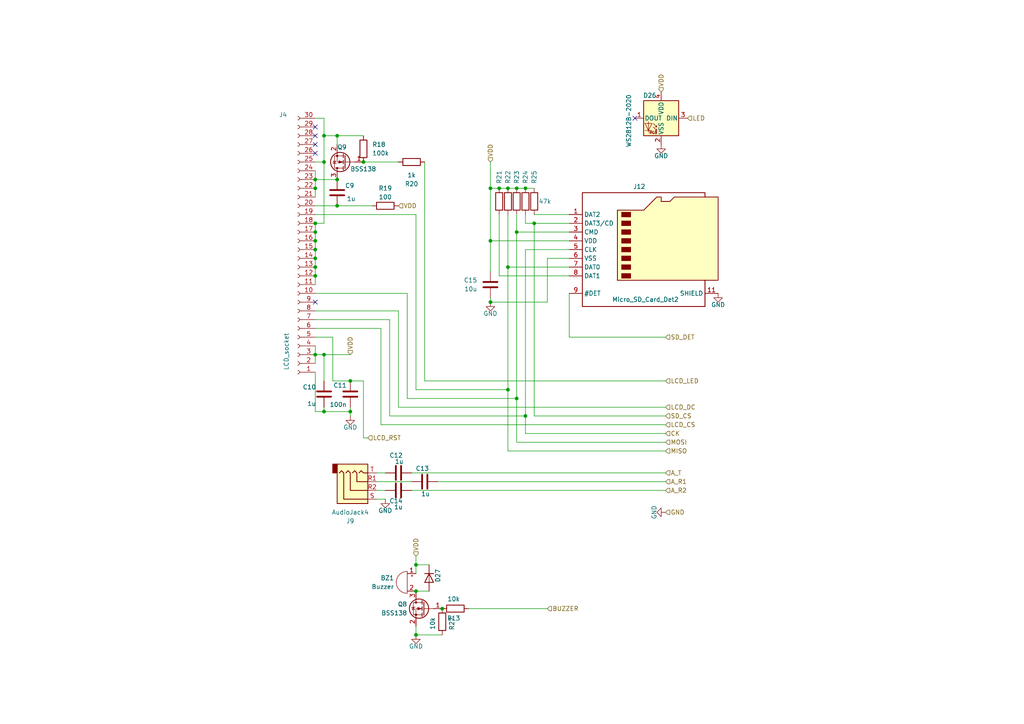
<source format=kicad_sch>
(kicad_sch (version 20231120) (generator "eeschema") (generator_version "8.0")
  (paper "A4")
  (lib_symbols
    (symbol "Connector:Conn_01x30_Socket" (pin_names (offset 1.016) hide)
      (property "Reference" "J" (at 0 38.1 0))
      (property "Value" "Conn_01x30_Socket" (at 0 -40.64 0))
      (symbol "Conn_01x30_Socket_1_1"
        (arc (start 0 -37.592) (mid -0.5058 -38.1) (end 0 -38.608) (stroke (width 0.1524)))
        (arc (start 0 -35.052) (mid -0.5058 -35.56) (end 0 -36.068) (stroke (width 0.1524)))
        (arc (start 0 -32.512) (mid -0.5058 -33.02) (end 0 -33.528) (stroke (width 0.1524)))
        (arc (start 0 -29.972) (mid -0.5058 -30.48) (end 0 -30.988) (stroke (width 0.1524)))
        (arc (start 0 -27.432) (mid -0.5058 -27.94) (end 0 -28.448) (stroke (width 0.1524)))
        (arc (start 0 -24.892) (mid -0.5058 -25.4) (end 0 -25.908) (stroke (width 0.1524)))
        (arc (start 0 -22.352) (mid -0.5058 -22.86) (end 0 -23.368) (stroke (width 0.1524)))
        (arc (start 0 -19.812) (mid -0.5058 -20.32) (end 0 -20.828) (stroke (width 0.1524)))
        (arc (start 0 -17.272) (mid -0.5058 -17.78) (end 0 -18.288) (stroke (width 0.1524)))
        (arc (start 0 -14.732) (mid -0.5058 -15.24) (end 0 -15.748) (stroke (width 0.1524)))
        (arc (start 0 -12.192) (mid -0.5058 -12.7) (end 0 -13.208) (stroke (width 0.1524)))
        (arc (start 0 -9.652) (mid -0.5058 -10.16) (end 0 -10.668) (stroke (width 0.1524)))
        (arc (start 0 -7.112) (mid -0.5058 -7.62) (end 0 -8.128) (stroke (width 0.1524)))
        (arc (start 0 -4.572) (mid -0.5058 -5.08) (end 0 -5.588) (stroke (width 0.1524)))
        (arc (start 0 -2.032) (mid -0.5058 -2.54) (end 0 -3.048) (stroke (width 0.1524)))
        (polyline (pts (xy -1.27 -38.1) (xy -0.508 -38.1)) (stroke (width 0.1524)))
        (polyline (pts (xy -1.27 -35.56) (xy -0.508 -35.56)) (stroke (width 0.1524)))
        (polyline (pts (xy -1.27 -33.02) (xy -0.508 -33.02)) (stroke (width 0.1524)))
        (polyline (pts (xy -1.27 -30.48) (xy -0.508 -30.48)) (stroke (width 0.1524)))
        (polyline (pts (xy -1.27 -27.94) (xy -0.508 -27.94)) (stroke (width 0.1524)))
        (polyline (pts (xy -1.27 -25.4) (xy -0.508 -25.4)) (stroke (width 0.1524)))
        (polyline (pts (xy -1.27 -22.86) (xy -0.508 -22.86)) (stroke (width 0.1524)))
        (polyline (pts (xy -1.27 -20.32) (xy -0.508 -20.32)) (stroke (width 0.1524)))
        (polyline (pts (xy -1.27 -17.78) (xy -0.508 -17.78)) (stroke (width 0.1524)))
        (polyline (pts (xy -1.27 -15.24) (xy -0.508 -15.24)) (stroke (width 0.1524)))
        (polyline (pts (xy -1.27 -12.7) (xy -0.508 -12.7)) (stroke (width 0.1524)))
        (polyline (pts (xy -1.27 -10.16) (xy -0.508 -10.16)) (stroke (width 0.1524)))
        (polyline (pts (xy -1.27 -7.62) (xy -0.508 -7.62)) (stroke (width 0.1524)))
        (polyline (pts (xy -1.27 -5.08) (xy -0.508 -5.08)) (stroke (width 0.1524)))
        (polyline (pts (xy -1.27 -2.54) (xy -0.508 -2.54)) (stroke (width 0.1524)))
        (polyline (pts (xy -1.27 0) (xy -0.508 0)) (stroke (width 0.1524)))
        (polyline (pts (xy -1.27 2.54) (xy -0.508 2.54)) (stroke (width 0.1524)))
        (polyline (pts (xy -1.27 5.08) (xy -0.508 5.08)) (stroke (width 0.1524)))
        (polyline (pts (xy -1.27 7.62) (xy -0.508 7.62)) (stroke (width 0.1524)))
        (polyline (pts (xy -1.27 10.16) (xy -0.508 10.16)) (stroke (width 0.1524)))
        (polyline (pts (xy -1.27 12.7) (xy -0.508 12.7)) (stroke (width 0.1524)))
        (polyline (pts (xy -1.27 15.24) (xy -0.508 15.24)) (stroke (width 0.1524)))
        (polyline (pts (xy -1.27 17.78) (xy -0.508 17.78)) (stroke (width 0.1524)))
        (polyline (pts (xy -1.27 20.32) (xy -0.508 20.32)) (stroke (width 0.1524)))
        (polyline (pts (xy -1.27 22.86) (xy -0.508 22.86)) (stroke (width 0.1524)))
        (polyline (pts (xy -1.27 25.4) (xy -0.508 25.4)) (stroke (width 0.1524)))
        (polyline (pts (xy -1.27 27.94) (xy -0.508 27.94)) (stroke (width 0.1524)))
        (polyline (pts (xy -1.27 30.48) (xy -0.508 30.48)) (stroke (width 0.1524)))
        (polyline (pts (xy -1.27 33.02) (xy -0.508 33.02)) (stroke (width 0.1524)))
        (polyline (pts (xy -1.27 35.56) (xy -0.508 35.56)) (stroke (width 0.1524)))
        (arc (start 0 0.508) (mid -0.5058 0) (end 0 -0.508) (stroke (width 0.1524)))
        (arc (start 0 3.048) (mid -0.5058 2.54) (end 0 2.032) (stroke (width 0.1524)))
        (arc (start 0 5.588) (mid -0.5058 5.08) (end 0 4.572) (stroke (width 0.1524)))
        (arc (start 0 8.128) (mid -0.5058 7.62) (end 0 7.112) (stroke (width 0.1524)))
        (arc (start 0 10.668) (mid -0.5058 10.16) (end 0 9.652) (stroke (width 0.1524)))
        (arc (start 0 13.208) (mid -0.5058 12.7) (end 0 12.192) (stroke (width 0.1524)))
        (arc (start 0 15.748) (mid -0.5058 15.24) (end 0 14.732) (stroke (width 0.1524)))
        (arc (start 0 18.288) (mid -0.5058 17.78) (end 0 17.272) (stroke (width 0.1524)))
        (arc (start 0 20.828) (mid -0.5058 20.32) (end 0 19.812) (stroke (width 0.1524)))
        (arc (start 0 23.368) (mid -0.5058 22.86) (end 0 22.352) (stroke (width 0.1524)))
        (arc (start 0 25.908) (mid -0.5058 25.4) (end 0 24.892) (stroke (width 0.1524)))
        (arc (start 0 28.448) (mid -0.5058 27.94) (end 0 27.432) (stroke (width 0.1524)))
        (arc (start 0 30.988) (mid -0.5058 30.48) (end 0 29.972) (stroke (width 0.1524)))
        (arc (start 0 33.528) (mid -0.5058 33.02) (end 0 32.512) (stroke (width 0.1524)))
        (arc (start 0 36.068) (mid -0.5058 35.56) (end 0 35.052) (stroke (width 0.1524)))
        (pin passive line (at -5.08 35.56 0) (length 3.81) (name "Pin_1") (number "1"))
        (pin passive line (at -5.08 12.7 0) (length 3.81) (name "Pin_10") (number "10"))
        (pin passive line (at -5.08 10.16 0) (length 3.81) (name "Pin_11") (number "11"))
        (pin passive line (at -5.08 7.62 0) (length 3.81) (name "Pin_12") (number "12"))
        (pin passive line (at -5.08 5.08 0) (length 3.81) (name "Pin_13") (number "13"))
        (pin passive line (at -5.08 2.54 0) (length 3.81) (name "Pin_14") (number "14"))
        (pin passive line (at -5.08 0 0) (length 3.81) (name "Pin_15") (number "15"))
        (pin passive line (at -5.08 -2.54 0) (length 3.81) (name "Pin_16") (number "16"))
        (pin passive line (at -5.08 -5.08 0) (length 3.81) (name "Pin_17") (number "17"))
        (pin passive line (at -5.08 -7.62 0) (length 3.81) (name "Pin_18") (number "18"))
        (pin passive line (at -5.08 -10.16 0) (length 3.81) (name "Pin_19") (number "19"))
        (pin passive line (at -5.08 33.02 0) (length 3.81) (name "Pin_2") (number "2"))
        (pin passive line (at -5.08 -12.7 0) (length 3.81) (name "Pin_20") (number "20"))
        (pin passive line (at -5.08 -15.24 0) (length 3.81) (name "Pin_21") (number "21"))
        (pin passive line (at -5.08 -17.78 0) (length 3.81) (name "Pin_22") (number "22"))
        (pin passive line (at -5.08 -20.32 0) (length 3.81) (name "Pin_23") (number "23"))
        (pin passive line (at -5.08 -22.86 0) (length 3.81) (name "Pin_24") (number "24"))
        (pin passive line (at -5.08 -25.4 0) (length 3.81) (name "Pin_25") (number "25"))
        (pin passive line (at -5.08 -27.94 0) (length 3.81) (name "Pin_26") (number "26"))
        (pin passive line (at -5.08 -30.48 0) (length 3.81) (name "Pin_27") (number "27"))
        (pin passive line (at -5.08 -33.02 0) (length 3.81) (name "Pin_28") (number "28"))
        (pin passive line (at -5.08 -35.56 0) (length 3.81) (name "Pin_29") (number "29"))
        (pin passive line (at -5.08 30.48 0) (length 3.81) (name "Pin_3") (number "3"))
        (pin passive line (at -5.08 -38.1 0) (length 3.81) (name "Pin_30") (number "30"))
        (pin passive line (at -5.08 27.94 0) (length 3.81) (name "Pin_4") (number "4"))
        (pin passive line (at -5.08 25.4 0) (length 3.81) (name "Pin_5") (number "5"))
        (pin passive line (at -5.08 22.86 0) (length 3.81) (name "Pin_6") (number "6"))
        (pin passive line (at -5.08 20.32 0) (length 3.81) (name "Pin_7") (number "7"))
        (pin passive line (at -5.08 17.78 0) (length 3.81) (name "Pin_8") (number "8"))
        (pin passive line (at -5.08 15.24 0) (length 3.81) (name "Pin_9") (number "9"))
      )
    )
    (symbol "Connector:Micro_SD_Card_Det2"
      (property "Reference" "J8" (at -2.54 18.288 0))
      (property "Value" "Micro_SD_Card_Det2" (at -0.762 -14.478 0))
      (symbol "Micro_SD_Card_Det2_0_1"
        (rectangle (start -7.62 -6.985) (end -5.08 -8.255) (stroke (width 0.254)) (fill (type outline)))
        (rectangle (start -7.62 -4.445) (end -5.08 -5.715) (stroke (width 0.254)) (fill (type outline)))
        (rectangle (start -7.62 -1.905) (end -5.08 -3.175) (stroke (width 0.254)) (fill (type outline)))
        (rectangle (start -7.62 0.635) (end -5.08 -0.635) (stroke (width 0.254)) (fill (type outline)))
        (rectangle (start -7.62 3.175) (end -5.08 1.905) (stroke (width 0.254)) (fill (type outline)))
        (rectangle (start -7.62 5.715) (end -5.08 4.445) (stroke (width 0.254)) (fill (type outline)))
        (rectangle (start -7.62 8.255) (end -5.08 6.985) (stroke (width 0.254)) (fill (type outline)))
        (rectangle (start -7.62 10.795) (end -5.08 9.525) (stroke (width 0.254)) (fill (type outline)))
        (polyline (pts (xy 16.51 15.24) (xy 16.51 16.51) (xy -19.05 16.51) (xy -19.05 -16.51) (xy 16.51 -16.51) (xy 16.51 -8.89)) (stroke (width 0.254)))
        (polyline (pts (xy -8.89 -8.89) (xy -8.89 11.43) (xy -1.27 11.43) (xy 2.54 15.24) (xy 3.81 15.24) (xy 3.81 13.97) (xy 6.35 13.97) (xy 7.62 15.24) (xy 20.32 15.24) (xy 20.32 -8.89) (xy -8.89 -8.89)) (stroke (width 0.254)) (fill (type background)))
      )
      (symbol "Micro_SD_Card_Det2_1_1"
        (pin bidirectional line (at -22.86 10.16 0) (length 3.81) (name "DAT2") (number "1"))
        (pin passive line (at 20.32 -12.7 180) (length 3.81) (name "SHIELD") (number "11"))
        (pin bidirectional line (at -22.86 7.62 0) (length 3.81) (name "DAT3/CD") (number "2"))
        (pin input line (at -22.86 5.08 0) (length 3.81) (name "CMD") (number "3"))
        (pin power_in line (at -22.86 2.54 0) (length 3.81) (name "VDD") (number "4"))
        (pin input line (at -22.86 0 0) (length 3.81) (name "CLK") (number "5"))
        (pin power_in line (at -22.86 -2.54 0) (length 3.81) (name "VSS") (number "6"))
        (pin bidirectional line (at -22.86 -5.08 0) (length 3.81) (name "DAT0") (number "7"))
        (pin bidirectional line (at -22.86 -7.62 0) (length 3.81) (name "DAT1") (number "8"))
        (pin passive line (at -22.86 -12.7 0) (length 3.81) (name "#DET") (number "9"))
      )
    )
    (symbol "Connector_Audio:AudioJack4"
      (property "Reference" "J" (at 0 8.89 0))
      (property "Value" "AudioJack4" (at 0 6.35 0))
      (symbol "AudioJack4_0_1"
        (rectangle (start -6.35 -5.08) (end -7.62 -7.62) (stroke (width 0.254)) (fill (type outline)))
        (polyline (pts (xy 0 -5.08) (xy 0.635 -5.715) (xy 1.27 -5.08) (xy 2.54 -5.08)) (stroke (width 0.254)))
        (polyline (pts (xy -5.715 -5.08) (xy -5.08 -5.715) (xy -4.445 -5.08) (xy -4.445 2.54) (xy 2.54 2.54)) (stroke (width 0.254)))
        (polyline (pts (xy -1.905 -5.08) (xy -1.27 -5.715) (xy -0.635 -5.08) (xy -0.635 -2.54) (xy 2.54 -2.54)) (stroke (width 0.254)))
        (polyline (pts (xy 2.54 0) (xy -2.54 0) (xy -2.54 -5.08) (xy -3.175 -5.715) (xy -3.81 -5.08)) (stroke (width 0.254)))
        (rectangle (start 2.54 3.81) (end -6.35 -7.62) (stroke (width 0.254)) (fill (type background)))
      )
      (symbol "AudioJack4_1_1"
        (pin passive line (at 5.08 -2.54 180) (length 2.54) (name "~") (number "R1"))
        (pin passive line (at 5.08 0 180) (length 2.54) (name "~") (number "R2"))
        (pin passive line (at 5.08 2.54 180) (length 2.54) (name "~") (number "S"))
        (pin passive line (at 5.08 -5.08 180) (length 2.54) (name "~") (number "T"))
      )
    )
    (symbol "Device:Buzzer" (pin_names (offset 0.0254) hide)
      (property "Reference" "BZ" (at 3.81 1.27 0))
      (property "Value" "Buzzer" (at 3.81 -1.27 0))
      (symbol "Buzzer_0_1"
        (arc (start 0 -3.175) (mid 3.1612 0) (end 0 3.175))
        (polyline (pts (xy -1.651 1.905) (xy -1.143 1.905)))
        (polyline (pts (xy -1.397 2.159) (xy -1.397 1.651)))
        (polyline (pts (xy 0 3.175) (xy 0 -3.175)))
      )
      (symbol "Buzzer_1_1"
        (pin passive line (at -2.54 2.54 0) (length 2.54) (name "+") (number "1"))
        (pin passive line (at -2.54 -2.54 0) (length 2.54) (name "-") (number "2"))
      )
    )
    (symbol "Device:C" (pin_numbers hide) (pin_names (offset 0.254))
      (property "Reference" "C" (at 0.635 2.54 0))
      (property "Value" "C" (at 0.635 -2.54 0))
      (symbol "C_0_1"
        (polyline (pts (xy -2.032 -0.762) (xy 2.032 -0.762)) (stroke (width 0.508)))
        (polyline (pts (xy -2.032 0.762) (xy 2.032 0.762)) (stroke (width 0.508)))
      )
      (symbol "C_1_1"
        (pin passive line (at 0 3.81 270) (length 2.794) (name "~") (number "1"))
        (pin passive line (at 0 -3.81 90) (length 2.794) (name "~") (number "2"))
      )
    )
    (symbol "Device:D" (pin_numbers hide) (pin_names (offset 1.016) hide)
      (property "Reference" "D" (at 0 2.54 0))
      (property "Value" "D" (at 0 -2.54 0))
      (symbol "D_0_1"
        (polyline (pts (xy -1.27 1.27) (xy -1.27 -1.27)) (stroke (width 0.254)))
        (polyline (pts (xy 1.27 0) (xy -1.27 0)))
        (polyline (pts (xy 1.27 1.27) (xy 1.27 -1.27) (xy -1.27 0) (xy 1.27 1.27)) (stroke (width 0.254)))
      )
      (symbol "D_1_1"
        (pin passive line (at -3.81 0 0) (length 2.54) (name "K") (number "1"))
        (pin passive line (at 3.81 0 180) (length 2.54) (name "A") (number "2"))
      )
    )
    (symbol "Device:R" (pin_numbers hide) (pin_names (offset 0))
      (property "Reference" "R" (at 2.032 0 90))
      (property "Value" "R" (at 0 0 90))
      (symbol "R_0_1"
        (rectangle (start -1.016 -2.54) (end 1.016 2.54) (stroke (width 0.254)))
      )
      (symbol "R_1_1"
        (pin passive line (at 0 3.81 270) (length 1.27) (name "~") (number "1"))
        (pin passive line (at 0 -3.81 90) (length 1.27) (name "~") (number "2"))
      )
    )
    (symbol "LED:WS2812B-2020" (pin_names (offset 0.254))
      (property "Reference" "D" (at 5.08 5.715 0))
      (property "Value" "WS2812B-2020" (at 1.27 -5.715 0))
      (symbol "WS2812B-2020_0_0"
        (text "RGB" (at 2.286 -4.191 0) (effects (font (size 0.762 0.762))))
      )
      (symbol "WS2812B-2020_0_1"
        (polyline (pts (xy 1.27 -3.556) (xy 1.778 -3.556)))
        (polyline (pts (xy 1.27 -2.54) (xy 1.778 -2.54)))
        (polyline (pts (xy 4.699 -3.556) (xy 2.667 -3.556)))
        (polyline (pts (xy 2.286 -2.54) (xy 1.27 -3.556) (xy 1.27 -3.048)))
        (polyline (pts (xy 2.286 -1.524) (xy 1.27 -2.54) (xy 1.27 -2.032)))
        (polyline (pts (xy 3.683 -1.016) (xy 3.683 -3.556) (xy 3.683 -4.064)))
        (polyline (pts (xy 4.699 -1.524) (xy 2.667 -1.524) (xy 3.683 -3.556) (xy 4.699 -1.524)))
        (rectangle (start 5.08 5.08) (end -5.08 -5.08) (stroke (width 0.254)) (fill (type background)))
      )
      (symbol "WS2812B-2020_1_1"
        (pin output line (at 7.62 0 180) (length 2.54) (name "DOUT") (number "1"))
        (pin power_in line (at 0 -7.62 90) (length 2.54) (name "VSS") (number "2"))
        (pin input line (at -7.62 0 0) (length 2.54) (name "DIN") (number "3"))
        (pin power_in line (at 0 7.62 270) (length 2.54) (name "VDD") (number "4"))
      )
    )
    (symbol "Transistor_FET:BSS138" (pin_names hide)
      (property "Reference" "Q" (at 5.08 1.905 0))
      (property "Value" "BSS138" (at 5.08 0 0))
      (symbol "BSS138_0_1"
        (polyline (pts (xy 0.254 0) (xy -2.54 0)))
        (polyline (pts (xy 0.254 1.905) (xy 0.254 -1.905)) (stroke (width 0.254)))
        (polyline (pts (xy 0.762 -1.27) (xy 0.762 -2.286)) (stroke (width 0.254)))
        (polyline (pts (xy 0.762 0.508) (xy 0.762 -0.508)) (stroke (width 0.254)))
        (polyline (pts (xy 0.762 2.286) (xy 0.762 1.27)) (stroke (width 0.254)))
        (polyline (pts (xy 2.54 2.54) (xy 2.54 1.778)))
        (polyline (pts (xy 2.54 -2.54) (xy 2.54 0) (xy 0.762 0)))
        (polyline (pts (xy 0.762 -1.778) (xy 3.302 -1.778) (xy 3.302 1.778) (xy 0.762 1.778)))
        (polyline (pts (xy 1.016 0) (xy 2.032 0.381) (xy 2.032 -0.381) (xy 1.016 0)) (fill (type outline)))
        (polyline (pts (xy 2.794 0.508) (xy 2.921 0.381) (xy 3.683 0.381) (xy 3.81 0.254)))
        (polyline (pts (xy 3.302 0.381) (xy 2.921 -0.254) (xy 3.683 -0.254) (xy 3.302 0.381)))
        (circle (center 1.651 0) (radius 2.794) (stroke (width 0.254)))
        (circle (center 2.54 -1.778) (radius 0.254) (fill (type outline)))
        (circle (center 2.54 1.778) (radius 0.254) (fill (type outline)))
      )
      (symbol "BSS138_1_1"
        (pin input line (at -5.08 0 0) (length 2.54) (name "G") (number "1"))
        (pin passive line (at 2.54 -5.08 90) (length 2.54) (name "S") (number "2"))
        (pin passive line (at 2.54 5.08 270) (length 2.54) (name "D") (number "3"))
      )
    )
    (symbol "power:GND" (power) (pin_numbers hide) (pin_names (offset 0) hide)
      (property "Value" "GND" (at 0 -3.81 0))
      (symbol "GND_0_1"
        (polyline (pts (xy 0 0) (xy 0 -1.27) (xy 1.27 -1.27) (xy 0 -2.54) (xy -1.27 -1.27) (xy 0 -1.27)))
      )
      (symbol "GND_1_1"
        (pin power_in line (at 0 0 270) (length 0) (name "~") (number "1"))
      )
    )
  )
  (junction (at 91.44 102.87))
  (junction (at 120.65 184.15))
  (junction (at 147.32 54.61))
  (junction (at 91.44 74.93))
  (junction (at 120.65 171.45))
  (junction (at 144.78 54.61))
  (junction (at 93.98 102.87))
  (junction (at 91.44 72.39))
  (junction (at 101.6 119.38))
  (junction (at 105.41 46.99))
  (junction (at 147.32 113.03))
  (junction (at 97.79 59.69))
  (junction (at 149.86 54.61))
  (junction (at 91.44 80.01))
  (junction (at 93.98 119.38))
  (junction (at 93.98 39.37))
  (junction (at 101.6 110.49))
  (junction (at 91.44 64.77))
  (junction (at 91.44 52.07))
  (junction (at 91.44 69.85))
  (junction (at 149.86 67.31))
  (junction (at 128.27 176.53))
  (junction (at 91.44 67.31))
  (junction (at 142.24 54.61))
  (junction (at 93.98 46.99))
  (junction (at 97.79 52.07))
  (junction (at 152.4 54.61))
  (junction (at 147.32 77.47))
  (junction (at 149.86 115.57))
  (junction (at 142.24 87.63))
  (junction (at 142.24 69.85))
  (junction (at 91.44 77.47))
  (junction (at 154.94 64.77))
  (junction (at 97.79 39.37))
  (junction (at 152.4 120.65))
  (junction (at 120.65 163.83))
  (junction (at 91.44 54.61))
  (no_connect (at 91.44 41.91))
  (no_connect (at 91.44 39.37))
  (no_connect (at 184.15 34.29))
  (no_connect (at 91.44 36.83))
  (no_connect (at 91.44 44.45))
  (no_connect (at 91.44 87.63))
  (wire (pts (xy 105.41 110.49) (xy 101.6 110.49)))
  (wire (pts (xy 105.41 127) (xy 105.41 110.49)))
  (wire (pts (xy 119.38 142.24) (xy 193.04 142.24)))
  (wire (pts (xy 154.94 64.77) (xy 154.94 120.65)))
  (wire (pts (xy 111.76 144.78) (xy 109.22 144.78)))
  (wire (pts (xy 91.44 34.29) (xy 93.98 34.29)))
  (wire (pts (xy 91.44 72.39) (xy 91.44 74.93)))
  (wire (pts (xy 152.4 62.23) (xy 152.4 64.77)))
  (wire (pts (xy 149.86 115.57) (xy 149.86 128.27)))
  (wire (pts (xy 91.44 102.87) (xy 93.98 102.87)))
  (wire (pts (xy 105.41 127) (xy 106.68 127)))
  (wire (pts (xy 149.86 67.31) (xy 149.86 62.23)))
  (wire (pts (xy 93.98 102.87) (xy 93.98 110.49)))
  (wire (pts (xy 144.78 54.61) (xy 147.32 54.61)))
  (wire (pts (xy 93.98 39.37) (xy 93.98 34.29)))
  (wire (pts (xy 120.65 62.23) (xy 120.65 113.03)))
  (wire (pts (xy 91.44 80.01) (xy 91.44 82.55)))
  (wire (pts (xy 96.52 110.49) (xy 101.6 110.49)))
  (wire (pts (xy 124.46 163.83) (xy 120.65 163.83)))
  (wire (pts (xy 91.44 52.07) (xy 91.44 54.61)))
  (wire (pts (xy 193.04 110.49) (xy 123.19 110.49)))
  (wire (pts (xy 97.79 39.37) (xy 105.41 39.37)))
  (wire (pts (xy 165.1 85.09) (xy 165.1 97.79)))
  (wire (pts (xy 93.98 118.11) (xy 93.98 119.38)))
  (wire (pts (xy 93.98 119.38) (xy 101.6 119.38)))
  (wire (pts (xy 91.44 77.47) (xy 91.44 80.01)))
  (wire (pts (xy 147.32 130.81) (xy 193.04 130.81)))
  (wire (pts (xy 120.65 113.03) (xy 147.32 113.03)))
  (wire (pts (xy 165.1 64.77) (xy 154.94 64.77)))
  (wire (pts (xy 91.44 67.31) (xy 91.44 69.85)))
  (wire (pts (xy 120.65 184.15) (xy 128.27 184.15)))
  (wire (pts (xy 91.44 92.71) (xy 113.03 92.71)))
  (wire (pts (xy 147.32 77.47) (xy 147.32 62.23)))
  (wire (pts (xy 91.44 119.38) (xy 93.98 119.38)))
  (wire (pts (xy 93.98 46.99) (xy 93.98 39.37)))
  (wire (pts (xy 152.4 54.61) (xy 154.94 54.61)))
  (wire (pts (xy 120.65 163.83) (xy 120.65 166.37)))
  (wire (pts (xy 154.94 64.77) (xy 152.4 64.77)))
  (wire (pts (xy 113.03 92.71) (xy 113.03 120.65)))
  (wire (pts (xy 124.46 171.45) (xy 120.65 171.45)))
  (wire (pts (xy 91.44 54.61) (xy 91.44 57.15)))
  (wire (pts (xy 115.57 118.11) (xy 193.04 118.11)))
  (wire (pts (xy 91.44 74.93) (xy 91.44 77.47)))
  (wire (pts (xy 123.19 110.49) (xy 123.19 46.99)))
  (wire (pts (xy 109.22 142.24) (xy 111.76 142.24)))
  (wire (pts (xy 119.38 137.16) (xy 193.04 137.16)))
  (wire (pts (xy 193.04 120.65) (xy 154.94 120.65)))
  (wire (pts (xy 91.44 107.95) (xy 91.44 119.38)))
  (wire (pts (xy 91.44 64.77) (xy 91.44 67.31)))
  (wire (pts (xy 120.65 184.15) (xy 120.65 181.61)))
  (wire (pts (xy 152.4 125.73) (xy 193.04 125.73)))
  (wire (pts (xy 127 139.7) (xy 193.04 139.7)))
  (wire (pts (xy 142.24 87.63) (xy 142.24 86.36)))
  (wire (pts (xy 115.57 90.17) (xy 115.57 118.11)))
  (wire (pts (xy 142.24 87.63) (xy 158.75 87.63)))
  (wire (pts (xy 152.4 72.39) (xy 152.4 120.65)))
  (wire (pts (xy 158.75 74.93) (xy 158.75 87.63)))
  (wire (pts (xy 118.11 85.09) (xy 118.11 115.57)))
  (wire (pts (xy 91.44 62.23) (xy 120.65 62.23)))
  (wire (pts (xy 149.86 128.27) (xy 193.04 128.27)))
  (wire (pts (xy 91.44 46.99) (xy 93.98 46.99)))
  (wire (pts (xy 165.1 67.31) (xy 149.86 67.31)))
  (wire (pts (xy 135.89 176.53) (xy 158.75 176.53)))
  (wire (pts (xy 152.4 120.65) (xy 152.4 125.73)))
  (wire (pts (xy 154.94 62.23) (xy 165.1 62.23)))
  (wire (pts (xy 142.24 78.74) (xy 142.24 69.85)))
  (wire (pts (xy 144.78 80.01) (xy 144.78 62.23)))
  (wire (pts (xy 91.44 64.77) (xy 93.98 64.77)))
  (wire (pts (xy 91.44 90.17) (xy 115.57 90.17)))
  (wire (pts (xy 113.03 120.65) (xy 152.4 120.65)))
  (wire (pts (xy 158.75 74.93) (xy 165.1 74.93)))
  (wire (pts (xy 149.86 54.61) (xy 152.4 54.61)))
  (wire (pts (xy 193.04 97.79) (xy 165.1 97.79)))
  (wire (pts (xy 91.44 59.69) (xy 97.79 59.69)))
  (wire (pts (xy 91.44 97.79) (xy 96.52 97.79)))
  (wire (pts (xy 165.1 69.85) (xy 142.24 69.85)))
  (wire (pts (xy 142.24 69.85) (xy 142.24 54.61)))
  (wire (pts (xy 165.1 77.47) (xy 147.32 77.47)))
  (wire (pts (xy 110.49 123.19) (xy 110.49 95.25)))
  (wire (pts (xy 97.79 59.69) (xy 107.95 59.69)))
  (wire (pts (xy 91.44 100.33) (xy 91.44 102.87)))
  (wire (pts (xy 110.49 95.25) (xy 91.44 95.25)))
  (wire (pts (xy 147.32 77.47) (xy 147.32 113.03)))
  (wire (pts (xy 101.6 119.38) (xy 101.6 120.65)))
  (wire (pts (xy 152.4 72.39) (xy 165.1 72.39)))
  (wire (pts (xy 193.04 123.19) (xy 110.49 123.19)))
  (wire (pts (xy 111.76 137.16) (xy 109.22 137.16)))
  (wire (pts (xy 149.86 67.31) (xy 149.86 115.57)))
  (wire (pts (xy 147.32 113.03) (xy 147.32 130.81)))
  (wire (pts (xy 142.24 46.99) (xy 142.24 54.61)))
  (wire (pts (xy 97.79 39.37) (xy 93.98 39.37)))
  (wire (pts (xy 165.1 80.01) (xy 144.78 80.01)))
  (wire (pts (xy 147.32 54.61) (xy 149.86 54.61)))
  (wire (pts (xy 97.79 41.91) (xy 97.79 39.37)))
  (wire (pts (xy 101.6 118.11) (xy 101.6 119.38)))
  (wire (pts (xy 91.44 69.85) (xy 91.44 72.39)))
  (wire (pts (xy 91.44 52.07) (xy 97.79 52.07)))
  (wire (pts (xy 96.52 97.79) (xy 96.52 110.49)))
  (wire (pts (xy 118.11 115.57) (xy 149.86 115.57)))
  (wire (pts (xy 93.98 102.87) (xy 101.6 102.87)))
  (wire (pts (xy 120.65 161.29) (xy 120.65 163.83)))
  (wire (pts (xy 93.98 64.77) (xy 93.98 46.99)))
  (wire (pts (xy 109.22 139.7) (xy 119.38 139.7)))
  (wire (pts (xy 91.44 102.87) (xy 91.44 105.41)))
  (wire (pts (xy 142.24 54.61) (xy 144.78 54.61)))
  (wire (pts (xy 91.44 49.53) (xy 91.44 52.07)))
  (wire (pts (xy 115.57 46.99) (xy 105.41 46.99)))
  (wire (pts (xy 91.44 85.09) (xy 118.11 85.09)))
  (hierarchical_label "A_T" (shape input) (at 193.04 137.16 0))
  (hierarchical_label "CK" (shape input) (at 193.04 125.73 0))
  (hierarchical_label "SD_DET" (shape input) (at 193.04 97.79 0))
  (hierarchical_label "LED" (shape input) (at 199.39 34.29 0))
  (hierarchical_label "MOSI" (shape input) (at 193.04 128.27 0))
  (hierarchical_label "VDD" (shape input) (at 142.24 46.99 90))
  (hierarchical_label "SD_CS" (shape input) (at 193.04 120.65 0))
  (hierarchical_label "LCD_LED" (shape input) (at 193.04 110.49 0))
  (hierarchical_label "BUZZER" (shape input) (at 158.75 176.53 0))
  (hierarchical_label "MISO" (shape input) (at 193.04 130.81 0))
  (hierarchical_label "LCD_CS" (shape input) (at 193.04 123.19 0))
  (hierarchical_label "LCD_RST" (shape input) (at 106.68 127 0))
  (hierarchical_label "A_R2" (shape input) (at 193.04 142.24 0))
  (hierarchical_label "VDD" (shape input) (at 120.65 161.29 90))
  (hierarchical_label "VDD" (shape input) (at 115.57 59.69 0))
  (hierarchical_label "VDD" (shape input) (at 101.6 102.87 90))
  (hierarchical_label "LCD_DC" (shape input) (at 193.04 118.11 0))
  (hierarchical_label "A_R1" (shape input) (at 193.04 139.7 0))
  (hierarchical_label "VDD" (shape input) (at 191.77 26.67 90))
  (hierarchical_label "GND" (shape input) (at 193.04 148.59 0))
  (symbol (lib_id "Connector:Conn_01x30_Socket") (at 86.36 72.39 180) (unit 1)
    (property "Reference" "J4" (at 83.312 33.274 0) (effects (justify left)))
    (property "Value" "LCD_socket" (at 83.058 96.52 90) (effects (justify left)))
    (property "Footprint" "Connector_FFC-FPC:Hirose_FH12-30S-0.5SH_1x30-1MP_P0.50mm_Horizontal" (effects (hide yes)))
    (property "Description" "Generic connector, single row, 01x30, script generated" (effects (hide yes)))
  )
  (symbol (lib_id "Device:C") (at 97.79 55.88 0) (unit 1)
    (property "Reference" "C9" (at 100.076 53.848 0) (effects (justify left)))
    (property "Value" "1u" (at 100.584 57.658 0) (effects (justify left)))
    (property "Footprint" "Capacitor_SMD:C_0805_2012Metric" (effects (hide yes)))
    (property "Description" "Unpolarized capacitor" (effects (hide yes)))
  )
  (symbol (lib_id "Device:R") (at 147.32 58.42 0) (unit 1)
    (property "Reference" "R22" (at 147.32 53.34 90) (effects (justify left)))
    (property "Value" "47k" (effects (hide yes)))
    (property "Footprint" "Resistor_SMD:R_0805_2012Metric_Pad1.20x1.40mm_HandSolder" (effects (hide yes)))
    (property "Description" "Resistor" (effects (hide yes)))
  )
  (symbol (lib_id "power:GND") (at 142.24 87.63 0) (mirror y) (unit 1)
    (property "Reference" "#PWR027" (effects (hide yes)))
    (property "Value" "GND" (at 142.24 90.932 0))
    (property "Description" "Power symbol creates a global label with name \"GND\" , ground" (effects (hide yes)))
  )
  (symbol (lib_id "Device:R") (at 128.27 180.34 0) (mirror y) (unit 1)
    (property "Reference" "R27" (at 131.064 180.848 90))
    (property "Value" "10k" (at 125.476 180.848 90))
    (property "Footprint" "Resistor_SMD:R_0805_2012Metric_Pad1.20x1.40mm_HandSolder" (effects (hide yes)))
    (property "Description" "Resistor" (effects (hide yes)))
  )
  (symbol (lib_id "Device:Buzzer") (at 118.11 168.91 0) (mirror y) (unit 1)
    (property "Reference" "BZ1" (at 114.3 167.64 0) (effects (justify left)))
    (property "Value" "Buzzer" (at 114.3 170.18 0) (effects (justify left)))
    (property "Footprint" "Buzzer_Beeper:MagneticBuzzer_CUI_CMT-8504-100-SMT" (effects (hide yes)))
    (property "Description" "Buzzer, polarized" (effects (hide yes)))
  )
  (symbol (lib_id "Transistor_FET:BSS138") (at 123.19 176.53 0) (mirror y) (unit 1)
    (property "Reference" "Q8" (at 118.11 175.26 0) (effects (justify left)))
    (property "Value" "BSS138" (at 118.11 177.8 0) (effects (justify left)))
    (property "Footprint" "Package_TO_SOT_SMD:SOT-23" (effects (hide yes)))
    (property "Datasheet" "https://www.onsemi.com/pub/Collateral/BSS138-D.PDF" (effects (hide yes)))
    (property "Description" "50V Vds, 0.22A Id, N-Channel MOSFET, SOT-23" (effects (hide yes)))
  )
  (symbol (lib_id "Transistor_FET:BSS138") (at 100.33 46.99 180) (unit 1)
    (property "Reference" "Q9" (at 100.584 42.672 0) (effects (justify left)))
    (property "Value" "BSS138" (at 101.6 49.022 0) (effects (justify right)))
    (property "Footprint" "Package_TO_SOT_SMD:SOT-23" (effects (hide yes)))
    (property "Datasheet" "https://www.onsemi.com/pub/Collateral/BSS138-D.PDF" (effects (hide yes)))
    (property "Description" "50V Vds, 0.22A Id, N-Channel MOSFET, SOT-23" (effects (hide yes)))
  )
  (symbol (lib_id "Device:R") (at 119.38 46.99 270) (mirror x) (unit 1)
    (property "Reference" "R20" (at 119.38 53.34 90))
    (property "Value" "1k" (at 119.38 50.8 90))
    (property "Footprint" "Resistor_SMD:R_0805_2012Metric_Pad1.20x1.40mm_HandSolder" (effects (hide yes)))
    (property "Description" "Resistor" (effects (hide yes)))
  )
  (symbol (lib_id "Device:R") (at 152.4 58.42 0) (unit 1)
    (property "Reference" "R24" (at 152.4 53.34 90) (effects (justify left)))
    (property "Value" "47k" (effects (hide yes)))
    (property "Footprint" "Resistor_SMD:R_0805_2012Metric_Pad1.20x1.40mm_HandSolder" (effects (hide yes)))
    (property "Description" "Resistor" (effects (hide yes)))
  )
  (symbol (lib_id "power:GND") (at 111.76 144.78 0) (mirror y) (unit 1)
    (property "Reference" "#PWR021" (effects (hide yes)))
    (property "Value" "GND" (at 111.76 148.082 0))
    (property "Description" "Power symbol creates a global label with name \"GND\" , ground" (effects (hide yes)))
  )
  (symbol (lib_id "Device:C") (at 115.57 142.24 90) (mirror x) (unit 1)
    (property "Reference" "C14" (at 116.84 145.288 90) (effects (justify left)))
    (property "Value" "1u" (at 116.84 147.066 90) (effects (justify left)))
    (property "Footprint" "Capacitor_SMD:C_0805_2012Metric" (effects (hide yes)))
    (property "Description" "Unpolarized capacitor" (effects (hide yes)))
  )
  (symbol (lib_id "power:GND") (at 120.65 184.15 0) (mirror y) (unit 1)
    (property "Reference" "#PWR018" (effects (hide yes)))
    (property "Value" "GND" (at 120.65 187.452 0))
    (property "Description" "Power symbol creates a global label with name \"GND\" , ground" (effects (hide yes)))
  )
  (symbol (lib_id "power:GND") (at 101.6 120.65 0) (mirror y) (unit 1)
    (property "Reference" "#PWR022" (effects (hide yes)))
    (property "Value" "GND" (at 101.6 123.952 0))
    (property "Description" "Power symbol creates a global label with name \"GND\" , ground" (effects (hide yes)))
  )
  (symbol (lib_id "Device:D") (at 124.46 167.64 90) (mirror x) (unit 1)
    (property "Reference" "D27" (at 127 168.91 0) (effects (justify right)))
    (property "Value" "D" (effects (hide yes)))
    (property "Footprint" "Diode_SMD:D_0805_2012Metric_Pad1.15x1.40mm_HandSolder" (effects (hide yes)))
    (property "Description" "Diode" (effects (hide yes)))
    (property "Sim.Device" "D" (effects (hide yes)))
    (property "Sim.Pins" "1=K 2=A" (effects (hide yes)))
  )
  (symbol (lib_id "Device:R") (at 132.08 176.53 270) (mirror x) (unit 1)
    (property "Reference" "R13" (at 131.572 179.324 90))
    (property "Value" "10k" (at 131.572 173.736 90))
    (property "Footprint" "Resistor_SMD:R_0805_2012Metric_Pad1.20x1.40mm_HandSolder" (effects (hide yes)))
    (property "Description" "Resistor" (effects (hide yes)))
  )
  (symbol (lib_id "power:GND") (at 208.28 85.09 0) (mirror y) (unit 1)
    (property "Reference" "#PWR023" (effects (hide yes)))
    (property "Value" "GND" (at 208.28 88.392 0))
    (property "Description" "Power symbol creates a global label with name \"GND\" , ground" (effects (hide yes)))
  )
  (symbol (lib_id "Connector:Micro_SD_Card_Det2") (at 187.96 72.39 0) (unit 1)
    (property "Reference" "J12" (at 185.42 54.102 0))
    (property "Value" "Micro_SD_Card_Det2" (at 187.198 86.868 0))
    (property "Footprint" "footprints:microSD_Short_1" (effects (hide yes)))
    (property "Datasheet" "https://www.hirose.com/en/product/document?clcode=&productname=&series=DM3&documenttype=Catalog&lang=en&documentid=D49662_en" (effects (hide yes)))
    (property "Description" "Micro SD Card Socket with two card detection pins" (effects (hide yes)))
  )
  (symbol (lib_id "Device:R") (at 144.78 58.42 0) (unit 1)
    (property "Reference" "R21" (at 144.78 53.34 90) (effects (justify left)))
    (property "Value" "47k" (effects (hide yes)))
    (property "Footprint" "Resistor_SMD:R_0805_2012Metric_Pad1.20x1.40mm_HandSolder" (effects (hide yes)))
    (property "Description" "Resistor" (effects (hide yes)))
  )
  (symbol (lib_id "Device:C") (at 115.57 137.16 90) (mirror x) (unit 1)
    (property "Reference" "C12" (at 116.84 132.08 90) (effects (justify left)))
    (property "Value" "1u" (at 117.094 133.858 90) (effects (justify left)))
    (property "Footprint" "Capacitor_SMD:C_0805_2012Metric" (effects (hide yes)))
    (property "Description" "Unpolarized capacitor" (effects (hide yes)))
  )
  (symbol (lib_id "power:GND") (at 191.77 41.91 0) (mirror y) (unit 1)
    (property "Reference" "#PWR032" (effects (hide yes)))
    (property "Value" "GND" (at 191.77 45.212 0))
    (property "Description" "Power symbol creates a global label with name \"GND\" , ground" (effects (hide yes)))
  )
  (symbol (lib_id "Device:C") (at 123.19 139.7 90) (mirror x) (unit 1)
    (property "Reference" "C13" (at 124.46 135.89 90) (effects (justify left)))
    (property "Value" "1u" (at 124.714 143.256 90) (effects (justify left)))
    (property "Footprint" "Capacitor_SMD:C_0805_2012Metric" (effects (hide yes)))
    (property "Description" "Unpolarized capacitor" (effects (hide yes)))
  )
  (symbol (lib_id "Device:C") (at 142.24 82.55 0) (mirror y) (unit 1)
    (property "Reference" "C15" (at 138.43 81.2799 0) (effects (justify left)))
    (property "Value" "10u" (at 138.43 83.8199 0) (effects (justify left)))
    (property "Footprint" "Capacitor_SMD:C_0805_2012Metric" (effects (hide yes)))
    (property "Description" "Unpolarized capacitor" (effects (hide yes)))
  )
  (symbol (lib_id "LED:WS2812B-2020") (at 191.77 34.29 0) (mirror y) (unit 1)
    (property "Reference" "D26" (at 188.468 27.686 0))
    (property "Value" "WS2812B-2020" (at 182.372 35.052 90))
    (property "Footprint" "LED_SMD:LED_WS2812B-2020_PLCC4_2.0x2.0mm" (effects (hide yes)))
    (property "Datasheet" "https://cdn-shop.adafruit.com/product-files/4684/4684_WS2812B-2020_V1.3_EN.pdf" (effects (hide yes)))
    (property "Description" "RGB LED with integrated controller, 2.0 x 2.0 mm, 12 mA" (effects (hide yes)))
  )
  (symbol (lib_id "Device:R") (at 154.94 58.42 0) (unit 1)
    (property "Reference" "R25" (at 154.94 53.34 90) (effects (justify left)))
    (property "Value" "47k" (at 156.21 58.42 0) (effects (justify left)))
    (property "Footprint" "Resistor_SMD:R_0805_2012Metric_Pad1.20x1.40mm_HandSolder" (effects (hide yes)))
    (property "Description" "Resistor" (effects (hide yes)))
  )
  (symbol (lib_id "Device:R") (at 111.76 59.69 90) (unit 1)
    (property "Reference" "R19" (at 111.76 54.61 90))
    (property "Value" "100" (at 111.76 57.15 90))
    (property "Footprint" "Resistor_SMD:R_0805_2012Metric_Pad1.20x1.40mm_HandSolder" (effects (hide yes)))
    (property "Description" "Resistor" (effects (hide yes)))
  )
  (symbol (lib_id "Device:C") (at 101.6 114.3 0) (mirror y) (unit 1)
    (property "Reference" "C11" (at 100.584 111.76 0) (effects (justify left)))
    (property "Value" "100n" (at 100.584 117.348 0) (effects (justify left)))
    (property "Footprint" "Capacitor_SMD:C_0805_2012Metric" (effects (hide yes)))
    (property "Description" "Unpolarized capacitor" (effects (hide yes)))
  )
  (symbol (lib_id "Device:R") (at 105.41 43.18 180) (unit 1)
    (property "Reference" "R18" (at 107.95 41.9099 0) (effects (justify right)))
    (property "Value" "100k" (at 107.95 44.4499 0) (effects (justify right)))
    (property "Footprint" "Resistor_SMD:R_0805_2012Metric_Pad1.20x1.40mm_HandSolder" (effects (hide yes)))
    (property "Description" "Resistor" (effects (hide yes)))
  )
  (symbol (lib_id "Connector_Audio:AudioJack4") (at 104.14 142.24 0) (mirror x) (unit 1)
    (property "Reference" "J9" (at 101.6 151.13 0))
    (property "Value" "AudioJack4" (at 101.6 148.59 0))
    (property "Footprint" "footprints:Jack_3.5mm_PJ320D_Horizontal" (effects (hide yes)))
    (property "Description" "Audio Jack, 4 Poles (TRRS)" (effects (hide yes)))
  )
  (symbol (lib_id "power:GND") (at 193.04 148.59 270) (mirror x) (unit 1)
    (property "Reference" "#PWR033" (effects (hide yes)))
    (property "Value" "GND" (at 189.738 148.59 0))
    (property "Description" "Power symbol creates a global label with name \"GND\" , ground" (effects (hide yes)))
  )
  (symbol (lib_id "Device:R") (at 149.86 58.42 0) (unit 1)
    (property "Reference" "R23" (at 149.86 53.34 90) (effects (justify left)))
    (property "Value" "47k" (effects (hide yes)))
    (property "Footprint" "Resistor_SMD:R_0805_2012Metric_Pad1.20x1.40mm_HandSolder" (effects (hide yes)))
    (property "Description" "Resistor" (effects (hide yes)))
  )
  (symbol (lib_id "Device:C") (at 93.98 114.3 0) (mirror y) (unit 1)
    (property "Reference" "C10" (at 91.694 112.268 0) (effects (justify left)))
    (property "Value" "1u" (at 91.694 117.094 0) (effects (justify left)))
    (property "Footprint" "Capacitor_SMD:C_0805_2012Metric" (effects (hide yes)))
    (property "Description" "Unpolarized capacitor" (effects (hide yes)))
  )
)
</source>
